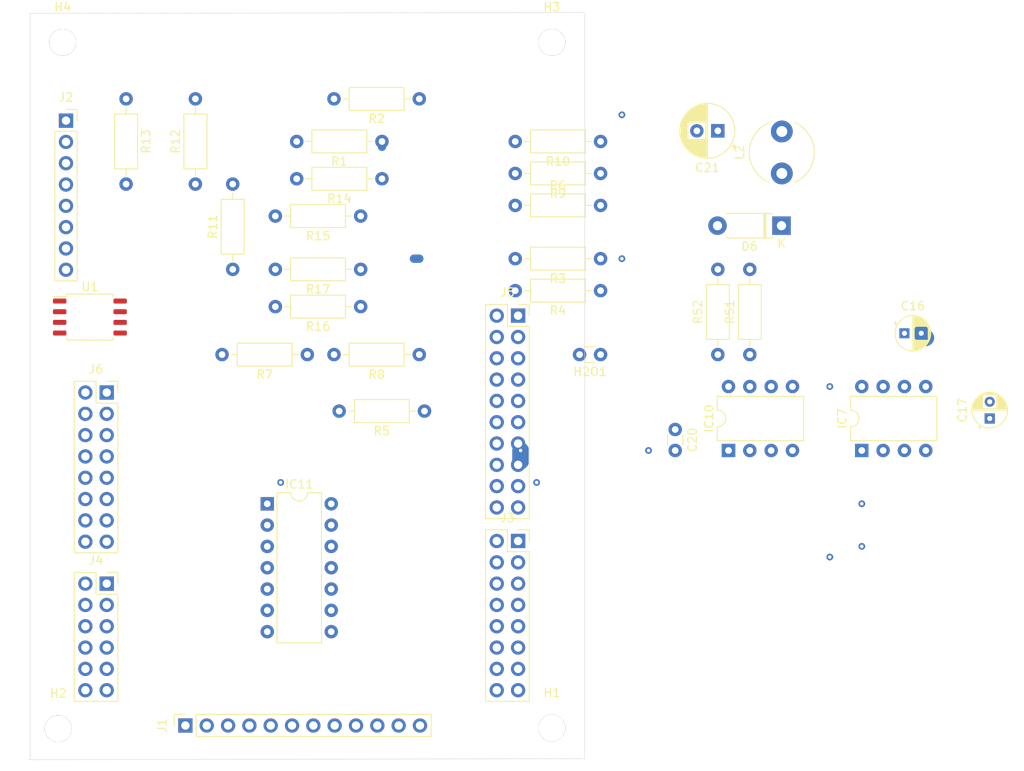
<source format=kicad_pcb>
(kicad_pcb (version 20221018) (generator pcbnew)
  (layers (0 "F.Cu" signal) (31 "B.Cu" signal) (34 "B.Paste" user) (35 "F.Paste" user) (36 "B.SilkS" user "B.Silkscreen") (37 "F.SilkS" user "F.Silkscreen") (38 "B.Mask" user) (39 "F.Mask" user) (44 "Edge.Cuts" user))
  (net 0 "")
  (net 1 "Net-(C17-Pad1)")
  (net 2 "Net-(C20-Pad1)")
  (net 3 "Net-(IC7-Pad7)")
  (net 4 "Net-(IC7-Pad3)")
  (net 5 "Net-(IC7-Pad2)")
  (net 6 "Net-(IC10-Pad8)")
  (net 7 "Net-(IC10-Pad2)")
  (net 8 "Net-(H2O1-Pad2)")
  (net 9 "Net-(H2O1-Pad1)")
  (net 10 "Net-(IC11-Pad14)")
  (net 11 "Net-(IC11-Pad7)")
  (net 12 "Net-(IC11-Pad13)")
  (net 13 "Net-(IC11-Pad6)")
  (net 14 "Net-(IC11-Pad1)")
  (net 15 "Net-(IC11-Pad5)")
  (net 16 "Net-(IC11-Pad3)")
  (net 17 "Net-(IC11-Pad9)")
  (net 18 "Net-(IC11-Pad2)")
  (net 19 "Net-(IC11-Pad8)")
  (net 20 "Net-(R1-Pad2)")
  (net 21 "Net-(R12-Pad2)")
  (net 22 "Net-(J1-Pad4)")
  (net 23 "Net-(J1-Pad3)")
  (net 24 "Net-(J1-Pad2)")
  (net 25 "GND")
  (net 26 "+5VA")
  (net 27 "/-7.2V")
  (net 28 "Net-(D6-Pad1)")
  (net 29 "Net-(U1-Pad8)")
  (net 30 "Net-(U1-Pad7)")
  (net 31 "Net-(U1-Pad6)")
  (net 32 "Net-(U1-Pad5)")
  (net 33 "Net-(U1-Pad4)")
  (net 34 "Net-(U1-Pad3)")
  (net 35 "Net-(U1-Pad2)")
  (net 36 "Net-(U1-Pad1)")
  (net 37 "Net-(J2-Pad8)")
  (net 38 "Net-(J2-Pad7)")
  (net 39 "Net-(J2-Pad6)")
  (net 40 "Net-(J2-Pad5)")
  (net 41 "Net-(J2-Pad4)")
  (net 42 "Net-(J2-Pad3)")
  (net 43 "Net-(J2-Pad2)")
  (net 44 "Net-(J2-Pad1)")
  (net 45 "Net-(J3-Pad16)")
  (net 46 "Net-(J3-Pad15)")
  (net 47 "Net-(J3-Pad14)")
  (net 48 "Net-(J3-Pad13)")
  (net 49 "Net-(J3-Pad12)")
  (net 50 "Net-(J3-Pad11)")
  (net 51 "Net-(J3-Pad10)")
  (net 52 "Net-(J3-Pad9)")
  (net 53 "Net-(J3-Pad8)")
  (net 54 "Net-(J3-Pad7)")
  (net 55 "Net-(J3-Pad6)")
  (net 56 "Net-(J3-Pad5)")
  (net 57 "Net-(J3-Pad4)")
  (net 58 "Net-(J3-Pad3)")
  (net 59 "Net-(J3-Pad2)")
  (net 60 "Net-(J3-Pad1)")
  (net 61 "Net-(J4-Pad12)")
  (net 62 "Net-(J4-Pad11)")
  (net 63 "Net-(J4-Pad10)")
  (net 64 "Net-(J4-Pad9)")
  (net 65 "Net-(J4-Pad8)")
  (net 66 "Net-(J4-Pad7)")
  (net 67 "Net-(J4-Pad6)")
  (net 68 "Net-(J4-Pad5)")
  (net 69 "Net-(J4-Pad4)")
  (net 70 "Net-(J4-Pad3)")
  (net 71 "Net-(J4-Pad2)")
  (net 72 "Net-(J4-Pad1)")
  (net 73 "Net-(J5-Pad20)")
  (net 74 "Net-(J5-Pad19)")
  (net 75 "Net-(J5-Pad18)")
  (net 76 "Net-(J5-Pad17)")
  (net 77 "Net-(J5-Pad16)")
  (net 78 "Net-(J5-Pad15)")
  (net 79 "Net-(J5-Pad14)")
  (net 80 "Net-(J5-Pad13)")
  (net 81 "Net-(J5-Pad12)")
  (net 82 "Net-(J5-Pad11)")
  (net 83 "Net-(J5-Pad10)")
  (net 84 "Net-(J5-Pad9)")
  (net 85 "Net-(J5-Pad8)")
  (net 86 "Net-(J5-Pad7)")
  (net 87 "Net-(J5-Pad6)")
  (net 88 "Net-(J5-Pad5)")
  (net 89 "Net-(J5-Pad4)")
  (net 90 "Net-(J5-Pad3)")
  (net 91 "Net-(J5-Pad2)")
  (net 92 "Net-(J5-Pad1)")
  (net 93 "Net-(J6-Pad16)")
  (net 94 "Net-(J6-Pad15)")
  (net 95 "Net-(J6-Pad14)")
  (net 96 "Net-(J6-Pad13)")
  (net 97 "Net-(J6-Pad12)")
  (net 98 "Net-(J6-Pad11)")
  (net 99 "Net-(J6-Pad10)")
  (net 100 "Net-(J6-Pad9)")
  (net 101 "Net-(J6-Pad8)")
  (net 102 "Net-(J6-Pad7)")
  (net 103 "Net-(J6-Pad6)")
  (net 104 "Net-(J6-Pad5)")
  (net 105 "Net-(J6-Pad4)")
  (net 106 "Net-(J6-Pad3)")
  (net 107 "Net-(J6-Pad2)")
  (net 108 "Net-(J6-Pad1)")
  (footprint "Resistor_THT:R_Axial_DIN0207_L6.3mm_D2.5mm_P10.16mm_Horizontal" (layer "F.Cu") (at 141.605 104.14 90)
    (fp_text reference "R51" (at 5.08 -2.37 90) (layer "F.SilkS"))
    (fp_text value "30k")
    (pad "1" thru_hole circle (at 0 0 90) (size 1.6 1.6) (drill 0.8) (layers "*.Cu" "*.Mask") (net 2 "Net-(C20-Pad1)"))
    (pad "2" thru_hole oval (at 10.16 0 90) (size 1.6 1.6) (drill 0.8) (layers "*.Cu" "*.Mask") (net 6 "Net-(IC10-Pad8)"))
  )
  (footprint "Capacitor_THT:CP_Radial_D4.0mm_P2.00mm" (layer "F.Cu") (at 160.02 101.6)
    (fp_text reference "C16" (at 1 -3.25) (layer "F.SilkS"))
    (fp_text value "10u")
    (pad "1" thru_hole rect (at 0 0) (size 1.2 1.2) (drill 0.6) (layers "*.Cu" "*.Mask") (net 26 "+5VA"))
    (pad "2" thru_hole circle (at 2 0) (size 1.2 1.2) (drill 0.6) (layers "*.Cu" "*.Mask") (net 25 "GND"))
  )
  (footprint "Capacitor_THT:CP_Radial_D4.0mm_P2.00mm" (layer "F.Cu") (at 170.18 111.76 90)
    (fp_text reference "C17" (at 1 -3.25 90) (layer "F.SilkS"))
    (fp_text value "10u")
    (pad "1" thru_hole rect (at 0 0 90) (size 1.2 1.2) (drill 0.6) (layers "*.Cu" "*.Mask") (net 1 "Net-(C17-Pad1)"))
    (pad "2" thru_hole circle (at 2 0 90) (size 1.2 1.2) (drill 0.6) (layers "*.Cu" "*.Mask") (net 25 "GND"))
  )
  (footprint "Capacitor_THT:C_Disc_D3.0mm_W1.6mm_P2.50mm" (layer "F.Cu") (at 132.715 113.07 -90)
    (fp_text reference "C20" (at 1.25 -2.05 90) (layer "F.SilkS"))
    (fp_text value "0.1u")
    (pad "1" thru_hole circle (at 0 0 270) (size 1.6 1.6) (drill 0.8) (layers "*.Cu" "*.Mask") (net 2 "Net-(C20-Pad1)"))
    (pad "2" thru_hole circle (at 2.5 0 270) (size 1.6 1.6) (drill 0.8) (layers "*.Cu" "*.Mask") (net 25 "GND"))
  )
  (footprint "Capacitor_THT:CP_Radial_D6.3mm_P2.50mm" (layer "F.Cu") (at 137.795 77.47 180)
    (fp_text reference "C21" (at 1.25 -4.4) (layer "F.SilkS"))
    (fp_text value "100u")
    (pad "1" thru_hole rect (at 0 0 180) (size 1.6 1.6) (drill 0.8) (layers "*.Cu" "*.Mask") (net 25 "GND"))
    (pad "2" thru_hole circle (at 2.5 0 180) (size 1.6 1.6) (drill 0.8) (layers "*.Cu" "*.Mask") (net 27 "/-7.2V"))
  )
  (footprint "Capacitor_THT:C_Disc_D3.0mm_W1.6mm_P2.50mm" (layer "F.Cu") (at 123.825 104.14 180)
    (fp_text reference "H2O1" (at 1.25 -2.05) (layer "F.SilkS"))
    (fp_text value "xxx")
    (pad "1" thru_hole circle (at 0 0 180) (size 1.6 1.6) (drill 0.8) (layers "*.Cu" "*.Mask") (net 9 "Net-(H2O1-Pad1)"))
    (pad "2" thru_hole circle (at 2.5 0 180) (size 1.6 1.6) (drill 0.8) (layers "*.Cu" "*.Mask") (net 8 "Net-(H2O1-Pad2)"))
  )
  (footprint "Package_DIP:DIP-8_W7.62mm" (layer "F.Cu") (at 154.94 115.57 90)
    (fp_text reference "IC7" (at 3.81 -2.33 90) (layer "F.SilkS"))
    (fp_text value "MAX603")
    (pad "1" thru_hole rect (at 0 0 90) (size 1.6 1.6) (drill 0.8) (layers "*.Cu" "*.Mask") (net 1 "Net-(C17-Pad1)"))
    (pad "2" thru_hole oval (at 0 2.54 90) (size 1.6 1.6) (drill 0.8) (layers "*.Cu" "*.Mask") (net 5 "Net-(IC7-Pad2)"))
    (pad "3" thru_hole oval (at 0 5.08 90) (size 1.6 1.6) (drill 0.8) (layers "*.Cu" "*.Mask") (net 4 "Net-(IC7-Pad3)"))
    (pad "4" thru_hole oval (at 0 7.62 90) (size 1.6 1.6) (drill 0.8) (layers "*.Cu" "*.Mask") (net 1 "Net-(C17-Pad1)"))
    (pad "5" thru_hole oval (at 7.62 7.62 90) (size 1.6 1.6) (drill 0.8) (layers "*.Cu" "*.Mask") (net 25 "GND"))
    (pad "6" thru_hole oval (at 7.62 5.08 90) (size 1.6 1.6) (drill 0.8) (layers "*.Cu" "*.Mask") (net 25 "GND"))
    (pad "7" thru_hole oval (at 7.62 2.54 90) (size 1.6 1.6) (drill 0.8) (layers "*.Cu" "*.Mask") (net 3 "Net-(IC7-Pad7)"))
    (pad "8" thru_hole oval (at 7.62 0 90) (size 1.6 1.6) (drill 0.8) (layers "*.Cu" "*.Mask") (net 26 "+5VA"))
  )
  (footprint "Package_DIP:DIP-8_W7.62mm" (layer "F.Cu") (at 139.065 115.57 90)
    (fp_text reference "IC10" (at 3.81 -2.33 90) (layer "F.SilkS"))
    (fp_text value "MAX635")
    (pad "1" thru_hole rect (at 0 0 90) (size 1.6 1.6) (drill 0.8) (layers "*.Cu" "*.Mask") (net 25 "GND"))
    (pad "2" thru_hole oval (at 0 2.54 90) (size 1.6 1.6) (drill 0.8) (layers "*.Cu" "*.Mask") (net 7 "Net-(IC10-Pad2)"))
    (pad "3" thru_hole oval (at 0 5.08 90) (size 1.6 1.6) (drill 0.8) (layers "*.Cu" "*.Mask") (net 25 "GND"))
    (pad "4" thru_hole oval (at 0 7.62 90) (size 1.6 1.6) (drill 0.8) (layers "*.Cu" "*.Mask") (net 25 "GND"))
    (pad "5" thru_hole oval (at 7.62 7.62 90) (size 1.6 1.6) (drill 0.8) (layers "*.Cu" "*.Mask") (net 28 "Net-(D6-Pad1)"))
    (pad "6" thru_hole oval (at 7.62 5.08 90) (size 1.6 1.6) (drill 0.8) (layers "*.Cu" "*.Mask") (net 1 "Net-(C17-Pad1)"))
    (pad "7" thru_hole oval (at 7.62 2.54 90) (size 1.6 1.6) (drill 0.8) (layers "*.Cu" "*.Mask") (net 2 "Net-(C20-Pad1)"))
    (pad "8" thru_hole oval (at 7.62 0 90) (size 1.6 1.6) (drill 0.8) (layers "*.Cu" "*.Mask") (net 6 "Net-(IC10-Pad8)"))
  )
  (footprint "Package_DIP:DIP-14_W7.62mm" (layer "F.Cu") (at 84.125 121.925)
    (fp_text reference "IC11" (at 3.81 -2.33) (layer "F.SilkS"))
    (fp_text value "LP324N")
    (pad "1" thru_hole rect (at 0 0) (size 1.6 1.6) (drill 0.8) (layers "*.Cu" "*.Mask") (net 14 "Net-(IC11-Pad1)"))
    (pad "2" thru_hole oval (at 0 2.54) (size 1.6 1.6) (drill 0.8) (layers "*.Cu" "*.Mask") (net 18 "Net-(IC11-Pad2)"))
    (pad "3" thru_hole oval (at 0 5.08) (size 1.6 1.6) (drill 0.8) (layers "*.Cu" "*.Mask") (net 16 "Net-(IC11-Pad3)"))
    (pad "4" thru_hole oval (at 0 7.62) (size 1.6 1.6) (drill 0.8) (layers "*.Cu" "*.Mask") (net 26 "+5VA"))
    (pad "5" thru_hole oval (at 0 10.16) (size 1.6 1.6) (drill 0.8) (layers "*.Cu" "*.Mask") (net 15 "Net-(IC11-Pad5)"))
    (pad "6" thru_hole oval (at 0 12.7) (size 1.6 1.6) (drill 0.8) (layers "*.Cu" "*.Mask") (net 13 "Net-(IC11-Pad6)"))
    (pad "7" thru_hole oval (at 0 15.24) (size 1.6 1.6) (drill 0.8) (layers "*.Cu" "*.Mask") (net 11 "Net-(IC11-Pad7)"))
    (pad "8" thru_hole oval (at 7.62 15.24) (size 1.6 1.6) (drill 0.8) (layers "*.Cu" "*.Mask") (net 19 "Net-(IC11-Pad8)"))
    (pad "9" thru_hole oval (at 7.62 12.7) (size 1.6 1.6) (drill 0.8) (layers "*.Cu" "*.Mask") (net 17 "Net-(IC11-Pad9)"))
    (pad "10" thru_hole oval (at 7.62 10.16) (size 1.6 1.6) (drill 0.8) (layers "*.Cu" "*.Mask") (net 9 "Net-(H2O1-Pad1)"))
    (pad "11" thru_hole oval (at 7.62 7.62) (size 1.6 1.6) (drill 0.8) (layers "*.Cu" "*.Mask") (net 27 "/-7.2V"))
    (pad "12" thru_hole oval (at 7.62 5.08) (size 1.6 1.6) (drill 0.8) (layers "*.Cu" "*.Mask") (net 14 "Net-(IC11-Pad1)"))
    (pad "13" thru_hole oval (at 7.62 2.54) (size 1.6 1.6) (drill 0.8) (layers "*.Cu" "*.Mask") (net 12 "Net-(IC11-Pad13)"))
    (pad "14" thru_hole oval (at 7.62 0) (size 1.6 1.6) (drill 0.8) (layers "*.Cu" "*.Mask") (net 10 "Net-(IC11-Pad14)"))
  )
  (footprint "Inductor_THT:L_Radial_D7.5mm_P5.00mm_Fastron_07P" (layer "F.Cu") (at 145.415 82.55 90)
    (fp_text reference "L2" (at 2.5 -5 90) (layer "F.SilkS"))
    (fp_text value "22uH")
    (pad "1" thru_hole circle (at 0 0 90) (size 2.6 2.6) (drill 1.3) (layers "*.Cu" "*.Mask") (net 28 "Net-(D6-Pad1)"))
    (pad "2" thru_hole circle (at 5 0 90) (size 2.6 2.6) (drill 1.3) (layers "*.Cu" "*.Mask") (net 25 "GND"))
  )
  (footprint "Resistor_THT:R_Axial_DIN0207_L6.3mm_D2.5mm_P10.16mm_Horizontal" (layer "F.Cu") (at 97.79 78.74 180)
    (fp_text reference "R1" (at 5.08 -2.37) (layer "F.SilkS"))
    (fp_text value "270k")
    (pad "1" thru_hole circle (at 0 0 180) (size 1.6 1.6) (drill 0.8) (layers "*.Cu" "*.Mask") (net 18 "Net-(IC11-Pad2)"))
    (pad "2" thru_hole oval (at 10.16 0 180) (size 1.6 1.6) (drill 0.8) (layers "*.Cu" "*.Mask") (net 20 "Net-(R1-Pad2)"))
  )
  (footprint "Resistor_THT:R_Axial_DIN0207_L6.3mm_D2.5mm_P10.16mm_Horizontal" (layer "F.Cu") (at 102.235 73.66 180)
    (fp_text reference "R2" (at 5.08 -2.37) (layer "F.SilkS"))
    (fp_text value "270k")
    (pad "1" thru_hole circle (at 0 0 180) (size 1.6 1.6) (drill 0.8) (layers "*.Cu" "*.Mask") (net 14 "Net-(IC11-Pad1)"))
    (pad "2" thru_hole oval (at 10.16 0 180) (size 1.6 1.6) (drill 0.8) (layers "*.Cu" "*.Mask") (net 18 "Net-(IC11-Pad2)"))
  )
  (footprint "Resistor_THT:R_Axial_DIN0207_L6.3mm_D2.5mm_P10.16mm_Horizontal" (layer "F.Cu") (at 123.825 92.71 180)
    (fp_text reference "R3" (at 5.08 -2.37) (layer "F.SilkS"))
    (fp_text value "270k")
    (pad "1" thru_hole circle (at 0 0 180) (size 1.6 1.6) (drill 0.8) (layers "*.Cu" "*.Mask") (net 10 "Net-(IC11-Pad14)"))
    (pad "2" thru_hole oval (at 10.16 0 180) (size 1.6 1.6) (drill 0.8) (layers "*.Cu" "*.Mask") (net 17 "Net-(IC11-Pad9)"))
  )
  (footprint "Resistor_THT:R_Axial_DIN0207_L6.3mm_D2.5mm_P10.16mm_Horizontal" (layer "F.Cu") (at 102.85 110.875 180)
    (fp_text reference "R5" (at 5.08 -2.37) (layer "F.SilkS"))
    (fp_text value "86")
    (pad "1" thru_hole circle (at 0 0 180) (size 1.6 1.6) (drill 0.8) (layers "*.Cu" "*.Mask") (net 8 "Net-(H2O1-Pad2)"))
    (pad "2" thru_hole oval (at 10.16 0 180) (size 1.6 1.6) (drill 0.8) (layers "*.Cu" "*.Mask") (net 11 "Net-(IC11-Pad7)"))
  )
  (footprint "Resistor_THT:R_Axial_DIN0207_L6.3mm_D2.5mm_P10.16mm_Horizontal" (layer "F.Cu") (at 113.665 86.36)
    (fp_text reference "R6" (at 5.08 -2.37) (layer "F.SilkS"))
    (fp_text value "86")
    (pad "1" thru_hole circle (at 0 0) (size 1.6 1.6) (drill 0.8) (layers "*.Cu" "*.Mask") (net 14 "Net-(IC11-Pad1)"))
    (pad "2" thru_hole oval (at 10.16 0) (size 1.6 1.6) (drill 0.8) (layers "*.Cu" "*.Mask") (net 9 "Net-(H2O1-Pad1)"))
  )
  (footprint "Resistor_THT:R_Axial_DIN0207_L6.3mm_D2.5mm_P10.16mm_Horizontal" (layer "F.Cu") (at 88.9 104.14 180)
    (fp_text reference "R7" (at 5.08 -2.37) (layer "F.SilkS"))
    (fp_text value "270k")
    (pad "1" thru_hole circle (at 0 0 180) (size 1.6 1.6) (drill 0.8) (layers "*.Cu" "*.Mask") (net 13 "Net-(IC11-Pad6)"))
    (pad "2" thru_hole oval (at 10.16 0 180) (size 1.6 1.6) (drill 0.8) (layers "*.Cu" "*.Mask") (net 20 "Net-(R1-Pad2)"))
  )
  (footprint "Resistor_THT:R_Axial_DIN0207_L6.3mm_D2.5mm_P10.16mm_Horizontal" (layer "F.Cu") (at 102.235 104.14 180)
    (fp_text reference "R8" (at 5.08 -2.37) (layer "F.SilkS"))
    (fp_text value "270k")
    (pad "1" thru_hole circle (at 0 0 180) (size 1.6 1.6) (drill 0.8) (layers "*.Cu" "*.Mask") (net 11 "Net-(IC11-Pad7)"))
    (pad "2" thru_hole oval (at 10.16 0 180) (size 1.6 1.6) (drill 0.8) (layers "*.Cu" "*.Mask") (net 13 "Net-(IC11-Pad6)"))
  )
  (footprint "Resistor_THT:R_Axial_DIN0207_L6.3mm_D2.5mm_P10.16mm_Horizontal" (layer "F.Cu") (at 123.825 82.55 180)
    (fp_text reference "R9" (at 5.08 -2.37) (layer "F.SilkS"))
    (fp_text value "270k")
    (pad "1" thru_hole circle (at 0 0 180) (size 1.6 1.6) (drill 0.8) (layers "*.Cu" "*.Mask") (net 21 "Net-(R12-Pad2)"))
    (pad "2" thru_hole oval (at 10.16 0 180) (size 1.6 1.6) (drill 0.8) (layers "*.Cu" "*.Mask") (net 12 "Net-(IC11-Pad13)"))
  )
  (footprint "Resistor_THT:R_Axial_DIN0207_L6.3mm_D2.5mm_P10.16mm_Horizontal" (layer "F.Cu") (at 123.825 78.74 180)
    (fp_text reference "R10" (at 5.08 -2.37) (layer "F.SilkS"))
    (fp_text value "270k")
    (pad "1" thru_hole circle (at 0 0 180) (size 1.6 1.6) (drill 0.8) (layers "*.Cu" "*.Mask") (net 12 "Net-(IC11-Pad13)"))
    (pad "2" thru_hole oval (at 10.16 0 180) (size 1.6 1.6) (drill 0.8) (layers "*.Cu" "*.Mask") (net 10 "Net-(IC11-Pad14)"))
  )
  (footprint "Resistor_THT:R_Axial_DIN0207_L6.3mm_D2.5mm_P10.16mm_Horizontal" (layer "F.Cu") (at 80.01 93.98 90)
    (fp_text reference "R11" (at 5.08 -2.37 90) (layer "F.SilkS"))
    (fp_text value "10k")
    (pad "1" thru_hole circle (at 0 0 90) (size 1.6 1.6) (drill 0.8) (layers "*.Cu" "*.Mask") (net 25 "GND"))
    (pad "2" thru_hole oval (at 10.16 0 90) (size 1.6 1.6) (drill 0.8) (layers "*.Cu" "*.Mask") (net 20 "Net-(R1-Pad2)"))
  )
  (footprint "Resistor_THT:R_Axial_DIN0207_L6.3mm_D2.5mm_P10.16mm_Horizontal" (layer "F.Cu") (at 67.31 73.66 -90)
    (fp_text reference "R13" (at 5.08 -2.37 90) (layer "F.SilkS"))
    (fp_text value "20k")
    (pad "1" thru_hole circle (at 0 0 270) (size 1.6 1.6) (drill 0.8) (layers "*.Cu" "*.Mask") (net 21 "Net-(R12-Pad2)"))
    (pad "2" thru_hole oval (at 10.16 0 270) (size 1.6 1.6) (drill 0.8) (layers "*.Cu" "*.Mask") (net 22 "Net-(J1-Pad4)"))
  )
  (footprint "Resistor_THT:R_Axial_DIN0207_L6.3mm_D2.5mm_P10.16mm_Horizontal" (layer "F.Cu") (at 97.79 83.185 180)
    (fp_text reference "R14" (at 5.08 -2.37) (layer "F.SilkS"))
    (fp_text value "300k")
    (pad "1" thru_hole circle (at 0 0 180) (size 1.6 1.6) (drill 0.8) (layers "*.Cu" "*.Mask") (net 16 "Net-(IC11-Pad3)"))
    (pad "2" thru_hole oval (at 10.16 0 180) (size 1.6 1.6) (drill 0.8) (layers "*.Cu" "*.Mask") (net 23 "Net-(J1-Pad3)"))
  )
  (footprint "Resistor_THT:R_Axial_DIN0207_L6.3mm_D2.5mm_P10.16mm_Horizontal" (layer "F.Cu") (at 95.25 87.63 180)
    (fp_text reference "R15" (at 5.08 -2.37) (layer "F.SilkS"))
    (fp_text value "100k")
    (pad "1" thru_hole circle (at 0 0 180) (size 1.6 1.6) (drill 0.8) (layers "*.Cu" "*.Mask") (net 16 "Net-(IC11-Pad3)"))
    (pad "2" thru_hole oval (at 10.16 0 180) (size 1.6 1.6) (drill 0.8) (layers "*.Cu" "*.Mask") (net 25 "GND"))
  )
  (footprint "Resistor_THT:R_Axial_DIN0207_L6.3mm_D2.5mm_P10.16mm_Horizontal" (layer "F.Cu") (at 95.25 98.425 180)
    (fp_text reference "R16" (at 5.08 -2.37) (layer "F.SilkS"))
    (fp_text value "300k")
    (pad "1" thru_hole circle (at 0 0 180) (size 1.6 1.6) (drill 0.8) (layers "*.Cu" "*.Mask") (net 15 "Net-(IC11-Pad5)"))
    (pad "2" thru_hole oval (at 10.16 0 180) (size 1.6 1.6) (drill 0.8) (layers "*.Cu" "*.Mask") (net 24 "Net-(J1-Pad2)"))
  )
  (footprint "Resistor_THT:R_Axial_DIN0207_L6.3mm_D2.5mm_P10.16mm_Horizontal" (layer "F.Cu") (at 137.795 104.14 90)
    (fp_text reference "R52" (at 5.08 -2.37 90) (layer "F.SilkS"))
    (fp_text value "166k")
    (pad "1" thru_hole circle (at 0 0 90) (size 1.6 1.6) (drill 0.8) (layers "*.Cu" "*.Mask") (net 6 "Net-(IC10-Pad8)"))
    (pad "2" thru_hole oval (at 10.16 0 90) (size 1.6 1.6) (drill 0.8) (layers "*.Cu" "*.Mask") (net 27 "/-7.2V"))
  )
  (footprint "Resistor_THT:R_Axial_DIN0207_L6.3mm_D2.5mm_P10.16mm_Horizontal" (layer "F.Cu") (at 95.25 93.98 180)
    (fp_text reference "R17" (at 5.08 -2.37) (layer "F.SilkS"))
    (fp_text value "100k")
    (pad "1" thru_hole circle (at 0 0 180) (size 1.6 1.6) (drill 0.8) (layers "*.Cu" "*.Mask") (net 15 "Net-(IC11-Pad5)"))
    (pad "2" thru_hole oval (at 10.16 0 180) (size 1.6 1.6) (drill 0.8) (layers "*.Cu" "*.Mask") (net 25 "GND"))
  )
  (footprint "Resistor_THT:R_Axial_DIN0207_L6.3mm_D2.5mm_P10.16mm_Horizontal" (layer "F.Cu") (at 123.825 96.52 180)
    (fp_text reference "R4" (at 5.08 -2.37) (layer "F.SilkS"))
    (fp_text value "270k")
    (pad "1" thru_hole circle (at 0 0 180) (size 1.6 1.6) (drill 0.8) (layers "*.Cu" "*.Mask") (net 17 "Net-(IC11-Pad9)"))
    (pad "2" thru_hole oval (at 10.16 0 180) (size 1.6 1.6) (drill 0.8) (layers "*.Cu" "*.Mask") (net 19 "Net-(IC11-Pad8)"))
  )
  (footprint "Resistor_THT:R_Axial_DIN0207_L6.3mm_D2.5mm_P10.16mm_Horizontal" (layer "F.Cu") (at 75.565 83.82 90)
    (fp_text reference "R12" (at 5.08 -2.37 90) (layer "F.SilkS"))
    (fp_text value "10k")
    (pad "1" thru_hole circle (at 0 0 90) (size 1.6 1.6) (drill 0.8) (layers "*.Cu" "*.Mask") (net 20 "Net-(R1-Pad2)"))
    (pad "2" thru_hole oval (at 10.16 0 90) (size 1.6 1.6) (drill 0.8) (layers "*.Cu" "*.Mask") (net 21 "Net-(R12-Pad2)"))
  )
  (footprint "MountingHole:MountingHole_3.2mm_M3" (layer "F.Cu") (at 118.025 148.65)
    (fp_text reference "H1" (at 0 -4.2) (layer "F.SilkS"))
    (fp_text value "MountingHole_Pad")
    (pad "1" thru_hole circle (at 0 0) (size 3.2 3.2) (drill 3.2) (layers "*.Cu" "*.Mask") (net 25 "GND"))
  )
  (footprint "MountingHole:MountingHole_3.2mm_M3" (layer "F.Cu") (at 118.025 66.925)
    (fp_text reference "H3" (at 0 -4.2) (layer "F.SilkS"))
    (fp_text value "MountingHole_Pad")
    (pad "1" thru_hole circle (at 0 0) (size 3.2 3.2) (drill 3.2) (layers "*.Cu" "*.Mask") (net 25 "GND"))
  )
  (footprint "MountingHole:MountingHole_3.2mm_M3" (layer "F.Cu") (at 59.75 66.925)
    (fp_text reference "H4" (at 0 -4.2) (layer "F.SilkS"))
    (fp_text value "MountingHole_Pad")
    (pad "1" thru_hole circle (at 0 0) (size 3.2 3.2) (drill 3.2) (layers "*.Cu" "*.Mask") (net 25 "GND"))
  )
  (footprint "MountingHole:MountingHole_3.2mm_M3" (layer "F.Cu") (at 59.225 148.725)
    (fp_text reference "H2" (at 0 -4.2) (layer "F.SilkS"))
    (fp_text value "MountingHole_Pad")
    (pad "1" thru_hole circle (at 0 0) (size 3.2 3.2) (drill 3.2) (layers "*.Cu" "*.Mask") (net 25 "GND"))
  )
  (footprint "Connector_PinSocket_2.54mm:PinSocket_1x12_P2.54mm_Vertical" (layer "F.Cu") (at 74.375 148.35 90)
    (fp_text reference "J1" (at 0 -2.77 90) (layer "F.SilkS"))
    (fp_text value "Conn_01x12")
    (pad "1" thru_hole rect (at 0 0 90) (size 1.7 1.7) (drill 1) (layers "*.Cu" "*.Mask") (net 19 "Net-(IC11-Pad8)"))
    (pad "2" thru_hole oval (at 0 2.54 90) (size 1.7 1.7) (drill 1) (layers "*.Cu" "*.Mask") (net 24 "Net-(J1-Pad2)"))
    (pad "3" thru_hole oval (at 0 5.08 90) (size 1.7 1.7) (drill 1) (layers "*.Cu" "*.Mask") (net 23 "Net-(J1-Pad3)"))
    (pad "4" thru_hole oval (at 0 7.62 90) (size 1.7 1.7) (drill 1) (layers "*.Cu" "*.Mask") (net 22 "Net-(J1-Pad4)"))
    (pad "5" thru_hole oval (at 0 10.16 90) (size 1.7 1.7) (drill 1) (layers "*.Cu" "*.Mask") (net 9 "Net-(H2O1-Pad1)"))
    (pad "6" thru_hole oval (at 0 12.7 90) (size 1.7 1.7) (drill 1) (layers "*.Cu" "*.Mask") (net 8 "Net-(H2O1-Pad2)"))
    (pad "7" thru_hole oval (at 0 15.24 90) (size 1.7 1.7) (drill 1) (layers "*.Cu" "*.Mask") (net 25 "GND"))
    (pad "8" thru_hole oval (at 0 17.78 90) (size 1.7 1.7) (drill 1) (layers "*.Cu" "*.Mask") (net 25 "GND"))
    (pad "9" thru_hole oval (at 0 20.32 90) (size 1.7 1.7) (drill 1) (layers "*.Cu" "*.Mask") (net 25 "GND"))
    (pad "10" thru_hole oval (at 0 22.86 90) (size 1.7 1.7) (drill 1) (layers "*.Cu" "*.Mask") (net 1 "Net-(C17-Pad1)"))
    (pad "11" thru_hole oval (at 0 25.4 90) (size 1.7 1.7) (drill 1) (layers "*.Cu" "*.Mask") (net 26 "+5VA"))
    (pad "12" thru_hole oval (at 0 27.94 90) (size 1.7 1.7) (drill 1) (layers "*.Cu" "*.Mask") (net 27 "/-7.2V"))
  )
  (footprint "Diode_THT:D_DO-41_SOD81_P7.62mm_Horizontal" (layer "F.Cu") (at 145.375 88.775 180)
    (fp_text reference "D6" (at 3.81 -2.47) (layer "F.SilkS"))
    (fp_text value "1N5818")
    (fp_text user "K" (at 0 -2.1) (layer "F.SilkS"))
    (pad "1" thru_hole rect (at 0 0 180) (size 2.2 2.2) (drill 1.1) (layers "*.Cu" "*.Mask") (net 28 "Net-(D6-Pad1)"))
    (pad "2" thru_hole oval (at 7.62 0 180) (size 2.2 2.2) (drill 1.1) (layers "*.Cu" "*.Mask") (net 27 "/-7.2V"))
  )
  (footprint "Package_SO:SOIC-8_5.275x5.275mm_P1.27mm" (layer "F.Cu") (at 63 99.665)
    (fp_text reference "U1" (at 0 -3.59) (layer "F.SilkS"))
    (fp_text value "AT45DB161D-SU")
    (pad "1" smd roundrect (at -3.6 -1.905) (size 1.6 0.6) (layers "F.Cu" "F.Paste" "F.Mask") (net 36 "Net-(U1-Pad1)"))
    (pad "2" smd roundrect (at -3.6 -0.635) (size 1.6 0.6) (layers "F.Cu" "F.Paste" "F.Mask") (net 35 "Net-(U1-Pad2)"))
    (pad "3" smd roundrect (at -3.6 0.635) (size 1.6 0.6) (layers "F.Cu" "F.Paste" "F.Mask") (net 34 "Net-(U1-Pad3)"))
    (pad "4" smd roundrect (at -3.6 1.905) (size 1.6 0.6) (layers "F.Cu" "F.Paste" "F.Mask") (net 33 "Net-(U1-Pad4)"))
    (pad "5" smd roundrect (at 3.6 1.905) (size 1.6 0.6) (layers "F.Cu" "F.Paste" "F.Mask") (net 32 "Net-(U1-Pad5)"))
    (pad "6" smd roundrect (at 3.6 0.635) (size 1.6 0.6) (layers "F.Cu" "F.Paste" "F.Mask") (net 31 "Net-(U1-Pad6)"))
    (pad "7" smd roundrect (at 3.6 -0.635) (size 1.6 0.6) (layers "F.Cu" "F.Paste" "F.Mask") (net 30 "Net-(U1-Pad7)"))
    (pad "8" smd roundrect (at 3.6 -1.905) (size 1.6 0.6) (layers "F.Cu" "F.Paste" "F.Mask") (net 29 "Net-(U1-Pad8)"))
  )
  (footprint "Connector_PinSocket_2.54mm:PinSocket_1x08_P2.54mm_Vertical" (layer "F.Cu") (at 60.15 76.25)
    (fp_text reference "J2" (at 0 -2.77) (layer "F.SilkS"))
    (fp_text value "Conn_01x08")
    (pad "1" thru_hole rect (at 0 0) (size 1.7 1.7) (drill 1) (layers "*.Cu" "*.Mask") (net 44 "Net-(J2-Pad1)"))
    (pad "2" thru_hole oval (at 0 2.54) (size 1.7 1.7) (drill 1) (layers "*.Cu" "*.Mask") (net 43 "Net-(J2-Pad2)"))
    (pad "3" thru_hole oval (at 0 5.08) (size 1.7 1.7) (drill 1) (layers "*.Cu" "*.Mask") (net 42 "Net-(J2-Pad3)"))
    (pad "4" thru_hole oval (at 0 7.62) (size 1.7 1.7) (drill 1) (layers "*.Cu" "*.Mask") (net 41 "Net-(J2-Pad4)"))
    (pad "5" thru_hole oval (at 0 10.16) (size 1.7 1.7) (drill 1) (layers "*.Cu" "*.Mask") (net 40 "Net-(J2-Pad5)"))
    (pad "6" thru_hole oval (at 0 12.7) (size 1.7 1.7) (drill 1) (layers "*.Cu" "*.Mask") (net 39 "Net-(J2-Pad6)"))
    (pad "7" thru_hole oval (at 0 15.24) (size 1.7 1.7) (drill 1) (layers "*.Cu" "*.Mask") (net 38 "Net-(J2-Pad7)"))
    (pad "8" thru_hole oval (at 0 17.78) (size 1.7 1.7) (drill 1) (layers "*.Cu" "*.Mask") (net 37 "Net-(J2-Pad8)"))
  )
  (footprint "Connector_PinSocket_2.54mm:PinSocket_2x08_P2.54mm_Vertical" (layer "F.Cu") (at 114 126.36)
    (fp_text reference "J3" (at -1.27 -2.77) (layer "F.SilkS"))
    (fp_text value "Conn_02x08_Top_Bottom")
    (pad "1" thru_hole rect (at 0 0) (size 1.7 1.7) (drill 1) (layers "*.Cu" "*.Mask") (net 60 "Net-(J3-Pad1)"))
    (pad "2" thru_hole oval (at -2.54 0) (size 1.7 1.7) (drill 1) (layers "*.Cu" "*.Mask") (net 59 "Net-(J3-Pad2)"))
    (pad "3" thru_hole oval (at 0 2.54) (size 1.7 1.7) (drill 1) (layers "*.Cu" "*.Mask") (net 58 "Net-(J3-Pad3)"))
    (pad "4" thru_hole oval (at -2.54 2.54) (size 1.7 1.7) (drill 1) (layers "*.Cu" "*.Mask") (net 57 "Net-(J3-Pad4)"))
    (pad "5" thru_hole oval (at 0 5.08) (size 1.7 1.7) (drill 1) (layers "*.Cu" "*.Mask") (net 56 "Net-(J3-Pad5)"))
    (pad "6" thru_hole oval (at -2.54 5.08) (size 1.7 1.7) (drill 1) (layers "*.Cu" "*.Mask") (net 55 "Net-(J3-Pad6)"))
    (pad "7" thru_hole oval (at 0 7.62) (size 1.7 1.7) (drill 1) (layers "*.Cu" "*.Mask") (net 54 "Net-(J3-Pad7)"))
    (pad "8" thru_hole oval (at -2.54 7.62) (size 1.7 1.7) (drill 1) (layers "*.Cu" "*.Mask") (net 53 "Net-(J3-Pad8)"))
    (pad "9" thru_hole oval (at 0 10.16) (size 1.7 1.7) (drill 1) (layers "*.Cu" "*.Mask") (net 52 "Net-(J3-Pad9)"))
    (pad "10" thru_hole oval (at -2.54 10.16) (size 1.7 1.7) (drill 1) (layers "*.Cu" "*.Mask") (net 51 "Net-(J3-Pad10)"))
    (pad "11" thru_hole oval (at 0 12.7) (size 1.7 1.7) (drill 1) (layers "*.Cu" "*.Mask") (net 50 "Net-(J3-Pad11)"))
    (pad "12" thru_hole oval (at -2.54 12.7) (size 1.7 1.7) (drill 1) (layers "*.Cu" "*.Mask") (net 49 "Net-(J3-Pad12)"))
    (pad "13" thru_hole oval (at 0 15.24) (size 1.7 1.7) (drill 1) (layers "*.Cu" "*.Mask") (net 48 "Net-(J3-Pad13)"))
    (pad "14" thru_hole oval (at -2.54 15.24) (size 1.7 1.7) (drill 1) (layers "*.Cu" "*.Mask") (net 47 "Net-(J3-Pad14)"))
    (pad "15" thru_hole oval (at 0 17.78) (size 1.7 1.7) (drill 1) (layers "*.Cu" "*.Mask") (net 46 "Net-(J3-Pad15)"))
    (pad "16" thru_hole oval (at -2.54 17.78) (size 1.7 1.7) (drill 1) (layers "*.Cu" "*.Mask") (net 45 "Net-(J3-Pad16)"))
  )
  (footprint "Connector_PinSocket_2.54mm:PinSocket_2x06_P2.54mm_Vertical" (layer "F.Cu") (at 65 131.44)
    (fp_text reference "J4" (at -1.27 -2.77) (layer "F.SilkS"))
    (fp_text value "Conn_02x06_Top_Bottom")
    (pad "1" thru_hole rect (at 0 0) (size 1.7 1.7) (drill 1) (layers "*.Cu" "*.Mask") (net 72 "Net-(J4-Pad1)"))
    (pad "2" thru_hole oval (at -2.54 0) (size 1.7 1.7) (drill 1) (layers "*.Cu" "*.Mask") (net 71 "Net-(J4-Pad2)"))
    (pad "3" thru_hole oval (at 0 2.54) (size 1.7 1.7) (drill 1) (layers "*.Cu" "*.Mask") (net 70 "Net-(J4-Pad3)"))
    (pad "4" thru_hole oval (at -2.54 2.54) (size 1.7 1.7) (drill 1) (layers "*.Cu" "*.Mask") (net 69 "Net-(J4-Pad4)"))
    (pad "5" thru_hole oval (at 0 5.08) (size 1.7 1.7) (drill 1) (layers "*.Cu" "*.Mask") (net 68 "Net-(J4-Pad5)"))
    (pad "6" thru_hole oval (at -2.54 5.08) (size 1.7 1.7) (drill 1) (layers "*.Cu" "*.Mask") (net 67 "Net-(J4-Pad6)"))
    (pad "7" thru_hole oval (at 0 7.62) (size 1.7 1.7) (drill 1) (layers "*.Cu" "*.Mask") (net 66 "Net-(J4-Pad7)"))
    (pad "8" thru_hole oval (at -2.54 7.62) (size 1.7 1.7) (drill 1) (layers "*.Cu" "*.Mask") (net 65 "Net-(J4-Pad8)"))
    (pad "9" thru_hole oval (at 0 10.16) (size 1.7 1.7) (drill 1) (layers "*.Cu" "*.Mask") (net 64 "Net-(J4-Pad9)"))
    (pad "10" thru_hole oval (at -2.54 10.16) (size 1.7 1.7) (drill 1) (layers "*.Cu" "*.Mask") (net 63 "Net-(J4-Pad10)"))
    (pad "11" thru_hole oval (at 0 12.7) (size 1.7 1.7) (drill 1) (layers "*.Cu" "*.Mask") (net 62 "Net-(J4-Pad11)"))
    (pad "12" thru_hole oval (at -2.54 12.7) (size 1.7 1.7) (drill 1) (layers "*.Cu" "*.Mask") (net 61 "Net-(J4-Pad12)"))
  )
  (footprint "Connector_PinSocket_2.54mm:PinSocket_2x10_P2.54mm_Vertical" (layer "F.Cu") (at 114 99.5)
    (fp_text reference "J5" (at -1.27 -2.77) (layer "F.SilkS"))
    (fp_text value "Conn_02x10_Top_Bottom")
    (pad "1" thru_hole rect (at 0 0) (size 1.7 1.7) (drill 1) (layers "*.Cu" "*.Mask") (net 92 "Net-(J5-Pad1)"))
    (pad "2" thru_hole oval (at -2.54 0) (size 1.7 1.7) (drill 1) (layers "*.Cu" "*.Mask") (net 91 "Net-(J5-Pad2)"))
    (pad "3" thru_hole oval (at 0 2.54) (size 1.7 1.7) (drill 1) (layers "*.Cu" "*.Mask") (net 90 "Net-(J5-Pad3)"))
    (pad "4" thru_hole oval (at -2.54 2.54) (size 1.7 1.7) (drill 1) (layers "*.Cu" "*.Mask") (net 89 "Net-(J5-Pad4)"))
    (pad "5" thru_hole oval (at 0 5.08) (size 1.7 1.7) (drill 1) (layers "*.Cu" "*.Mask") (net 88 "Net-(J5-Pad5)"))
    (pad "6" thru_hole oval (at -2.54 5.08) (size 1.7 1.7) (drill 1) (layers "*.Cu" "*.Mask") (net 87 "Net-(J5-Pad6)"))
    (pad "7" thru_hole oval (at 0 7.62) (size 1.7 1.7) (drill 1) (layers "*.Cu" "*.Mask") (net 86 "Net-(J5-Pad7)"))
    (pad "8" thru_hole oval (at -2.54 7.62) (size 1.7 1.7) (drill 1) (layers "*.Cu" "*.Mask") (net 85 "Net-(J5-Pad8)"))
    (pad "9" thru_hole oval (at 0 10.16) (size 1.7 1.7) (drill 1) (layers "*.Cu" "*.Mask") (net 84 "Net-(J5-Pad9)"))
    (pad "10" thru_hole oval (at -2.54 10.16) (size 1.7 1.7) (drill 1) (layers "*.Cu" "*.Mask") (net 83 "Net-(J5-Pad10)"))
    (pad "11" thru_hole oval (at 0 12.7) (size 1.7 1.7) (drill 1) (layers "*.Cu" "*.Mask") (net 82 "Net-(J5-Pad11)"))
    (pad "12" thru_hole oval (at -2.54 12.7) (size 1.7 1.7) (drill 1) (layers "*.Cu" "*.Mask") (net 81 "Net-(J5-Pad12)"))
    (pad "13" thru_hole oval (at 0 15.24) (size 1.7 1.7) (drill 1) (layers "*.Cu" "*.Mask") (net 80 "Net-(J5-Pad13)"))
    (pad "14" thru_hole oval (at -2.54 15.24) (size 1.7 1.7) (drill 1) (layers "*.Cu" "*.Mask") (net 79 "Net-(J5-Pad14)"))
    (pad "15" thru_hole oval (at 0 17.78) (size 1.7 1.7) (drill 1) (layers "*.Cu" "*.Mask") (net 78 "Net-(J5-Pad15)"))
    (pad "16" thru_hole oval (at -2.54 17.78) (size 1.7 1.7) (drill 1) (layers "*.Cu" "*.Mask") (net 77 "Net-(J5-Pad16)"))
    (pad "17" thru_hole oval (at 0 20.32) (size 1.7 1.7) (drill 1) (layers "*.Cu" "*.Mask") (net 76 "Net-(J5-Pad17)"))
    (pad "18" thru_hole oval (at -2.54 20.32) (size 1.7 1.7) (drill 1) (layers "*.Cu" "*.Mask") (net 75 "Net-(J5-Pad18)"))
    (pad "19" thru_hole oval (at 0 22.86) (size 1.7 1.7) (drill 1) (layers "*.Cu" "*.Mask") (net 74 "Net-(J5-Pad19)"))
    (pad "20" thru_hole oval (at -2.54 22.86) (size 1.7 1.7) (drill 1) (layers "*.Cu" "*.Mask") (net 73 "Net-(J5-Pad20)"))
  )
  (footprint "Connector_PinSocket_2.54mm:PinSocket_2x08_P2.54mm_Vertical" (layer "F.Cu") (at 65 108.66)
    (fp_text reference "J6" (at -1.27 -2.77) (layer "F.SilkS"))
    (fp_text value "Conn_02x08_Top_Bottom")
    (pad "1" thru_hole rect (at 0 0) (size 1.7 1.7) (drill 1) (layers "*.Cu" "*.Mask") (net 108 "Net-(J6-Pad1)"))
    (pad "2" thru_hole oval (at -2.54 0) (size 1.7 1.7) (drill 1) (layers "*.Cu" "*.Mask") (net 107 "Net-(J6-Pad2)"))
    (pad "3" thru_hole oval (at 0 2.54) (size 1.7 1.7) (drill 1) (layers "*.Cu" "*.Mask") (net 106 "Net-(J6-Pad3)"))
    (pad "4" thru_hole oval (at -2.54 2.54) (size 1.7 1.7) (drill 1) (layers "*.Cu" "*.Mask") (net 105 "Net-(J6-Pad4)"))
    (pad "5" thru_hole oval (at 0 5.08) (size 1.7 1.7) (drill 1) (layers "*.Cu" "*.Mask") (net 104 "Net-(J6-Pad5)"))
    (pad "6" thru_hole oval (at -2.54 5.08) (size 1.7 1.7) (drill 1) (layers "*.Cu" "*.Mask") (net 103 "Net-(J6-Pad6)"))
    (pad "7" thru_hole oval (at 0 7.62) (size 1.7 1.7) (drill 1) (layers "*.Cu" "*.Mask") (net 102 "Net-(J6-Pad7)"))
    (pad "8" thru_hole oval (at -2.54 7.62) (size 1.7 1.7) (drill 1) (layers "*.Cu" "*.Mask") (net 101 "Net-(J6-Pad8)"))
    (pad "9" thru_hole oval (at 0 10.16) (size 1.7 1.7) (drill 1) (layers "*.Cu" "*.Mask") (net 100 "Net-(J6-Pad9)"))
    (pad "10" thru_hole oval (at -2.54 10.16) (size 1.7 1.7) (drill 1) (layers "*.Cu" "*.Mask") (net 99 "Net-(J6-Pad10)"))
    (pad "11" thru_hole oval (at 0 12.7) (size 1.7 1.7) (drill 1) (layers "*.Cu" "*.Mask") (net 98 "Net-(J6-Pad11)"))
    (pad "12" thru_hole oval (at -2.54 12.7) (size 1.7 1.7) (drill 1) (layers "*.Cu" "*.Mask") (net 97 "Net-(J6-Pad12)"))
    (pad "13" thru_hole oval (at 0 15.24) (size 1.7 1.7) (drill 1) (layers "*.Cu" "*.Mask") (net 96 "Net-(J6-Pad13)"))
    (pad "14" thru_hole oval (at -2.54 15.24) (size 1.7 1.7) (drill 1) (layers "*.Cu" "*.Mask") (net 95 "Net-(J6-Pad14)"))
    (pad "15" thru_hole oval (at 0 17.78) (size 1.7 1.7) (drill 1) (layers "*.Cu" "*.Mask") (net 94 "Net-(J6-Pad15)"))
    (pad "16" thru_hole oval (at -2.54 17.78) (size 1.7 1.7) (drill 1) (layers "*.Cu" "*.Mask") (net 93 "Net-(J6-Pad16)"))
  )
  (gr_line (start 55.825 63.475) (end 121.875 63.375) (stroke (width 0.05)) (layer "Edge.Cuts"))
  (gr_line (start 55.725 152.425) (end 121.75 152.3) (stroke (width 0.05)) (layer "Edge.Cuts"))
  (gr_line (start 121.925 152.4) (end 121.925 63.5) (stroke (width 0.05)) (layer "Edge.Cuts"))
  (gr_line (start 55.88 63.5) (end 55.88 152.4) (stroke (width 0.05)) (layer "Edge.Cuts"))
  (via (at 154.94 121.92) (size 0.8) (drill 0.4) (layers "F.Cu" "B.Cu") (net 1))
  (via (at 154.94 127) (size 0.8) (drill 0.4) (layers "F.Cu" "B.Cu") (net 1))
  (via (at 126.365 92.71) (size 0.8) (drill 0.4) (layers "F.Cu" "B.Cu") (net 10))
  (via (at 126.365 75.565) (size 0.8) (drill 0.4) (layers "F.Cu" "B.Cu") (net 10))
  (segment (start 102.235 92.71) (end 101.6 92.71) (width 1) (layer "B.Cu") (net 13))
  (segment (start 97.79 79.375) (end 97.79 78.74) (width 1) (layer "B.Cu") (net 18))
  (via (at 129.54 115.57) (size 0.8) (drill 0.4) (layers "F.Cu" "B.Cu") (net 25))
  (via (at 114.3 115.57) (size 0.8) (drill 0.4) (layers "F.Cu" "B.Cu") (net 25))
  (segment (start 114.3 115.57) (end 114.3 116.84) (width 2) (layer "B.Cu") (net 25))
  (segment (start 162.56 102.14) (end 162.02 101.6) (width 2) (layer "B.Cu") (net 25))
  (segment (start 145.335 77.47) (end 145.415 77.55) (width 2) (layer "B.Cu") (net 25))
  (via (at 151.13 107.95) (size 0.8) (drill 0.4) (layers "F.Cu" "B.Cu") (net 26))
  (via (at 151.13 128.27) (size 0.8) (drill 0.4) (layers "F.Cu" "B.Cu") (net 26))
  (via (at 85.725 119.38) (size 0.8) (drill 0.4) (layers "F.Cu" "B.Cu") (net 26))
  (via (at 116.205 119.38) (size 0.8) (drill 0.4) (layers "F.Cu" "B.Cu") (net 26))
  (segment (start 137.63 88.9) (end 137.755 88.775) (width 0.25) (layer "B.Cu") (net 27))
)
</source>
